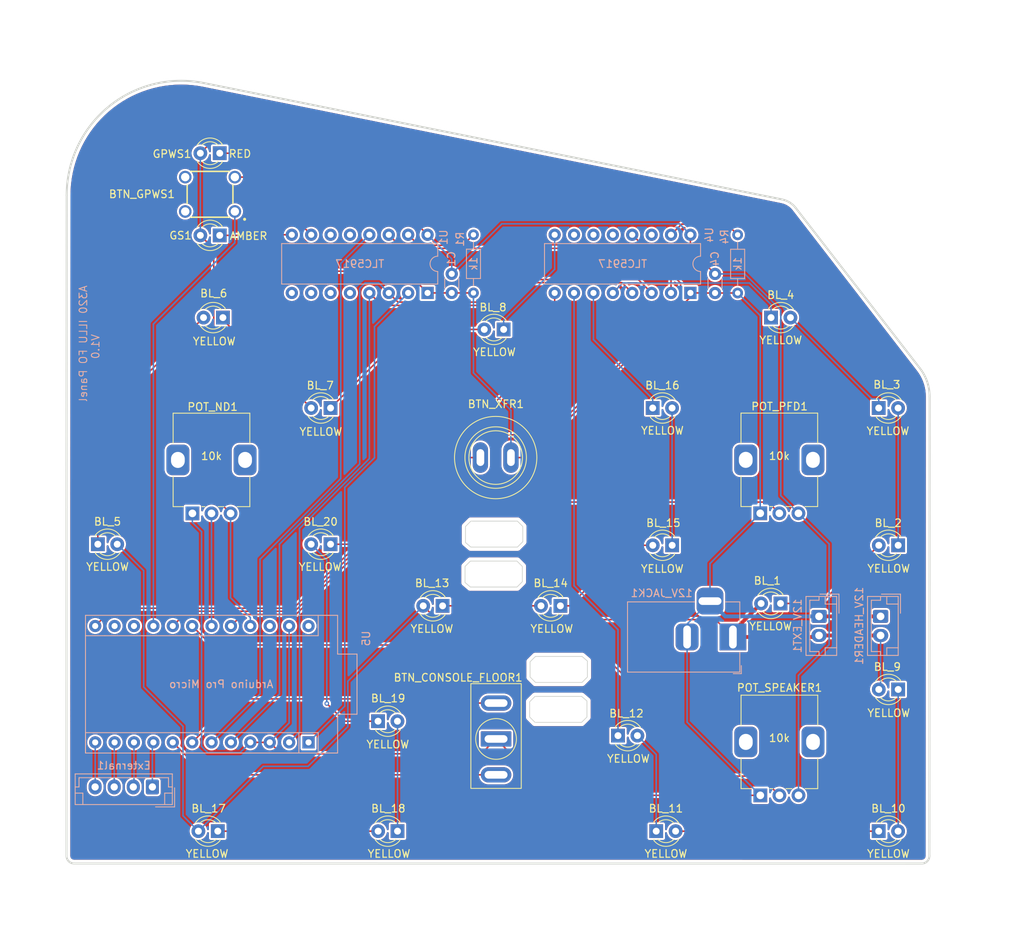
<source format=kicad_pcb>
(kicad_pcb (version 20240108) (generator "pcbnew") (generator_version "8.0")
  (title_block (title "A320 ILLU FO Panel ") (date "2024-12-05") (rev "V1.0") (company "S.K."))
  (layers (0 "F.Cu" signal) (31 "B.Cu" signal) (34 "B.Paste" user) (35 "F.Paste" user) (36 "B.SilkS" user "B.Silkscreen") (37 "F.SilkS" user "F.Silkscreen") (38 "B.Mask" user) (39 "F.Mask" user) (44 "Edge.Cuts" user))
  (net 0 "")
  (net 1 "GND")
  (net 2 "12V_IN")
  (net 3 "Net-(BL_1-K)")
  (net 4 "Net-(BL_2-K)")
  (net 5 "Net-(BL_3-K)")
  (net 6 "BACKLIGHT_1")
  (net 7 "Net-(BL_5-K)")
  (net 8 "Net-(BL_6-K)")
  (net 9 "Net-(BL_7-K)")
  (net 10 "BACKLIGHT_2")
  (net 11 "Net-(BL_10-A)")
  (net 12 "Net-(BL_10-K)")
  (net 13 "Net-(BL_11-K)")
  (net 14 "BACKLIGHT_3")
  (net 15 "Net-(BL_13-K)")
  (net 16 "Net-(BL_14-K)")
  (net 17 "Net-(BL_15-K)")
  (net 18 "BACKLIGHT_4")
  (net 19 "Net-(BL_17-K)")
  (net 20 "Net-(BL_18-K)")
  (net 21 "Net-(BL_19-K)")
  (net 22 "BACKLIGHT_5")
  (net 23 "BTN_CON_OFF")
  (net 24 "BTN_CON_BRT")
  (net 25 "BTN_GPWS")
  (net 28 "BTN_XFR")
  (net 29 "EXT2")
  (net 30 "EXT1")
  (net 31 "+5V")
  (net 32 "EXT3")
  (net 33 "EXT4")
  (net 34 "GPWS")
  (net 35 "GS")
  (net 37 "POT_ND")
  (net 39 "POT_PFD")
  (net 42 "POT_SPEAKER")
  (net 55 "Net-(U1-R-EXT)")
  (net 56 "Net-(U4-R-EXT)")
  (net 57 "OSH_CLOCK")
  (net 59 "OUT_BRT_LED")
  (net 60 "OSH_DOUT1")
  (net 61 "OSH_LATCH")
  (net 64 "OSH_DIN")
  (net 65 "OUT_BRT_BACK")
  (footprint "My:SW-Push" (layer "F.Cu") (at 142.72 99.18)
    (property "Reference" "BTN_XFR1" (at 0.03 -7 0) (layer "F.SilkS"))
    (property "Value" "Push Button" (hide yes))
    (pad "1" thru_hole oval (at -2 0 180) (size 2 4) (drill oval 1 2.2) (layers "*.Cu" "*.Mask") (net 28 "BTN_XFR") (thermal_bridge_width 1) (thermal_gap 1))
    (pad "2" thru_hole oval (at 2 0) (size 2 4) (drill oval 1 2.2) (layers "*.Cu" "*.Mask") (net 1 "GND") (thermal_bridge_width 1) (thermal_gap 1))
  )
  (footprint "LED_THT:LED_D3.0mm" (layer "F.Cu") (at 165.835 110.67 180)
    (property "Reference" "BL_15" (at 1.155 2.92 0) (layer "F.SilkS"))
    (property "Value" "YELLOW" (at 1.295 -3.08 0) (layer "F.SilkS"))
    (pad "1" thru_hole rect (at 0 0 180) (size 1.8 1.8) (drill 0.9) (layers "*.Cu" "*.Mask") (net 17 "Net-(BL_15-K)"))
    (pad "2" thru_hole circle (at 2.54 0 180) (size 1.8 1.8) (drill 0.9) (layers "*.Cu" "*.Mask") (net 16 "Net-(BL_14-K)"))
  )
  (footprint "LED_THT:LED_D3.0mm" (layer "F.Cu") (at 121.095 110.53 180)
    (property "Reference" "BL_20" (at 1.305 2.94 0) (layer "F.SilkS"))
    (property "Value" "YELLOW" (at 1.365 -2.97 0) (layer "F.SilkS"))
    (pad "1" thru_hole rect (at 0 0 180) (size 1.8 1.8) (drill 0.9) (layers "*.Cu" "*.Mask") (net 22 "BACKLIGHT_5"))
    (pad "2" thru_hole circle (at 2.54 0 180) (size 1.8 1.8) (drill 0.9) (layers "*.Cu" "*.Mask") (net 21 "Net-(BL_19-K)"))
  )
  (footprint "SimPanel:T80-Z1" (layer "F.Cu") (at 142.77 131.332)
    (property "Reference" "BTN_CONSOLE_FLOOR1" (at -4.97 -3.332 0) (layer "F.SilkS"))
    (property "Value" "BTN_SPDT[ON-OFF-ON]" (hide yes))
    (pad "1" thru_hole oval (at 0 0 270) (size 2 4) (drill oval 1 3) (layers "*.Cu" "*.Mask") (net 23 "BTN_CON_OFF") (thermal_bridge_width 1) (thermal_gap 1))
    (pad "2" thru_hole roundrect (at 0 4.7 270) (size 2 4) (drill oval 1 3) (layers "*.Cu" "*.Mask") (roundrect_rratio 0.06) (net 1 "GND") (thermal_bridge_width 1) (thermal_gap 1))
    (pad "3" thru_hole oval (at 0 9.4 270) (size 2 4) (drill oval 1 3) (layers "*.Cu" "*.Mask") (net 24 "BTN_CON_BRT") (thermal_bridge_width 1) (thermal_gap 1))
  )
  (footprint "Potentiometer_THT:Potentiometer_Alps_RK09K_Single_Vertical" (layer "F.Cu") (at 103 106.49 90)
    (property "Reference" "POT_ND1" (at 13.95 2.65 180) (layer "F.SilkS"))
    (property "Value" "10k" (at 7.5 2.5 180) (layer "F.SilkS"))
    (pad "1" thru_hole rect (at 0 0 90) (size 1.8 1.8) (drill 1) (layers "*.Cu" "*.Mask") (net 1 "GND"))
    (pad "2" thru_hole circle (at 0 2.5 90) (size 1.8 1.8) (drill 1) (layers "*.Cu" "*.Mask") (net 37 "POT_ND"))
    (pad "3" thru_hole circle (at 0 5 90) (size 1.8 1.8) (drill 1) (layers "*.Cu" "*.Mask") (net 31 "+5V"))
    (pad "MP" thru_hole roundrect (at 7 -1.9 90) (size 4 3) (drill oval 2.1 1.8) (layers "*.Cu" "*.Mask"))
    (pad "MP" thru_hole roundrect (at 7 6.9 90) (size 4 3) (drill oval 2.1 1.8) (layers "*.Cu" "*.Mask"))
  )
  (footprint "LED_THT:LED_D3.0mm" (layer "F.Cu") (at 163.285 92.69)
    (property "Reference" "BL_16" (at 1.27 -2.96 0) (layer "F.SilkS"))
    (property "Value" "YELLOW" (at 1.27 2.96 0) (layer "F.SilkS"))
    (pad "1" thru_hole rect (at 0 0) (size 1.8 1.8) (drill 0.9) (layers "*.Cu" "*.Mask") (net 18 "BACKLIGHT_4"))
    (pad "2" thru_hole circle (at 2.54 0) (size 1.8 1.8) (drill 0.9) (layers "*.Cu" "*.Mask") (net 17 "Net-(BL_15-K)"))
  )
  (footprint "LED_THT:LED_D3.0mm" (layer "F.Cu") (at 106.325 148.11 180)
    (property "Reference" "BL_17" (at 1.205 2.96 0) (layer "F.SilkS"))
    (property "Value" "YELLOW" (at 1.405 -2.96 0) (layer "F.SilkS"))
    (pad "1" thru_hole rect (at 0 0 180) (size 1.8 1.8) (drill 0.9) (layers "*.Cu" "*.Mask") (net 19 "Net-(BL_17-K)"))
    (pad "2" thru_hole circle (at 2.54 0 180) (size 1.8 1.8) (drill 0.9) (layers "*.Cu" "*.Mask") (net 2 "12V_IN"))
  )
  (footprint "LED_THT:LED_D3.0mm" (layer "F.Cu") (at 163.745 148.11)
    (property "Reference" "BL_11" (at 1.27 -2.96 0) (layer "F.SilkS"))
    (property "Value" "YELLOW" (at 1.27 2.96 0) (layer "F.SilkS"))
    (pad "1" thru_hole rect (at 0 0) (size 1.8 1.8) (drill 0.9) (layers "*.Cu" "*.Mask") (net 13 "Net-(BL_11-K)"))
    (pad "2" thru_hole circle (at 2.54 0) (size 1.8 1.8) (drill 0.9) (layers "*.Cu" "*.Mask") (net 12 "Net-(BL_10-K)"))
  )
  (footprint "LED_THT:LED_D3.0mm" (layer "F.Cu") (at 158.74 135.6)
    (property "Reference" "BL_12" (at 1.1 -2.9 0) (layer "F.SilkS"))
    (property "Value" "YELLOW" (at 1.36 3.02 0) (layer "F.SilkS"))
    (pad "1" thru_hole rect (at 0 0) (size 1.8 1.8) (drill 0.9) (layers "*.Cu" "*.Mask") (net 14 "BACKLIGHT_3"))
    (pad "2" thru_hole circle (at 2.54 0) (size 1.8 1.8) (drill 0.9) (layers "*.Cu" "*.Mask") (net 13 "Net-(BL_11-K)"))
  )
  (footprint "LED_THT:LED_D3.0mm" (layer "F.Cu") (at 178.785 80.85)
    (property "Reference" "BL_4" (at 1.27 -2.96 0) (layer "F.SilkS"))
    (property "Value" "YELLOW" (at 1.27 2.96 0) (layer "F.SilkS"))
    (pad "1" thru_hole rect (at 0 0) (size 1.8 1.8) (drill 0.9) (layers "*.Cu" "*.Mask") (net 6 "BACKLIGHT_1"))
    (pad "2" thru_hole circle (at 2.54 0) (size 1.8 1.8) (drill 0.9) (layers "*.Cu" "*.Mask") (net 5 "Net-(BL_3-K)"))
  )
  (footprint "LED_THT:LED_D3.0mm" (layer "F.Cu") (at 192.885 148.11)
    (property "Reference" "BL_10" (at 1.27 -2.96 0) (layer "F.SilkS"))
    (property "Value" "YELLOW" (at 1.27 2.96 0) (layer "F.SilkS"))
    (pad "1" thru_hole rect (at 0 0) (size 1.8 1.8) (drill 0.9) (layers "*.Cu" "*.Mask") (net 12 "Net-(BL_10-K)"))
    (pad "2" thru_hole circle (at 2.54 0) (size 1.8 1.8) (drill 0.9) (layers "*.Cu" "*.Mask") (net 11 "Net-(BL_10-A)"))
  )
  (footprint "LED_THT:LED_D3.0mm" (layer "F.Cu") (at 106.995 80.85 180)
    (property "Reference" "BL_6" (at 1.205 3.17 0) (layer "F.SilkS"))
    (property "Value" "YELLOW" (at 1.135 -3.11 0) (layer "F.SilkS"))
    (pad "1" thru_hole rect (at 0 0 180) (size 1.8 1.8) (drill 0.9) (layers "*.Cu" "*.Mask") (net 8 "Net-(BL_6-K)"))
    (pad "2" thru_hole circle (at 2.54 0 180) (size 1.8 1.8) (drill 0.9) (layers "*.Cu" "*.Mask") (net 7 "Net-(BL_5-K)"))
  )
  (footprint "LED_THT:LED_D3.0mm" (layer "F.Cu") (at 106.58 70.08 180)
    (property "Reference" "GS1" (at 5.13 -0.02 0) (layer "F.SilkS"))
    (property "Value" "AMBER" (at -3.77 -0.08 0) (layer "F.SilkS"))
    (pad "1" thru_hole rect (at 0 0 180) (size 1.8 1.8) (drill 0.9) (layers "*.Cu" "*.Mask") (net 35 "GS"))
    (pad "2" thru_hole circle (at 2.54 0 180) (size 1.8 1.8) (drill 0.9) (layers "*.Cu" "*.Mask") (net 31 "+5V"))
  )
  (footprint "LED_THT:LED_D3.0mm" (layer "F.Cu") (at 106.58 59.32 180)
    (property "Reference" "GPWS1" (at 6.25 -0.1 0) (layer "F.SilkS"))
    (property "Value" "RED" (at -2.65 -0.08 0) (layer "F.SilkS"))
    (pad "1" thru_hole rect (at 0 0 180) (size 1.8 1.8) (drill 0.9) (layers "*.Cu" "*.Mask") (net 34 "GPWS"))
    (pad "2" thru_hole circle (at 2.54 0 180) (size 1.8 1.8) (drill 0.9) (layers "*.Cu" "*.Mask") (net 31 "+5V"))
  )
  (footprint "Potentiometer_THT:Potentiometer_Alps_RK09K_Single_Vertical" (layer "F.Cu") (at 177.37 106.48 90)
    (property "Reference" "POT_PFD1" (at 13.99 2.53 180) (layer "F.SilkS"))
    (property "Value" "10k" (at 7.5 2.5 180) (layer "F.SilkS"))
    (pad "1" thru_hole rect (at 0 0 90) (size 1.8 1.8) (drill 1) (layers "*.Cu" "*.Mask") (net 1 "GND"))
    (pad "2" thru_hole circle (at 0 2.5 90) (size 1.8 1.8) (drill 1) (layers "*.Cu" "*.Mask") (net 39 "POT_PFD"))
    (pad "3" thru_hole circle (at 0 5 90) (size 1.8 1.8) (drill 1) (layers "*.Cu" "*.Mask") (net 31 "+5V"))
    (pad "MP" thru_hole roundrect (at 7 -1.9 90) (size 4 3) (drill oval 2.1 1.8) (layers "*.Cu" "*.Mask"))
    (pad "MP" thru_hole roundrect (at 7 6.9 90) (size 4 3) (drill oval 2.1 1.8) (layers "*.Cu" "*.Mask"))
  )
  (footprint "LED_THT:LED_D3.0mm" (layer "F.Cu") (at 90.615 110.53)
    (property "Reference" "BL_5" (at 1.27 -2.96 0) (layer "F.SilkS"))
    (property "Value" "YELLOW" (at 1.27 2.96 0) (layer "F.SilkS"))
    (pad "1" thru_hole rect (at 0 0) (size 1.8 1.8) (drill 0.9) (layers "*.Cu" "*.Mask") (net 7 "Net-(BL_5-K)"))
    (pad "2" thru_hole circle (at 2.54 0) (size 1.8 1.8) (drill 0.9) (layers "*.Cu" "*.Mask") (net 2 "12V_IN"))
  )
  (footprint "Potentiometer_THT:Potentiometer_Alps_RK09K_Single_Vertical" (layer "F.Cu") (at 177.38 143.42 90)
    (property "Reference" "POT_SPEAKER1" (at 14.09 2.52 180) (layer "F.SilkS"))
    (property "Value" "10k" (at 7.5 2.5 180) (layer "F.SilkS"))
    (pad "1" thru_hole rect (at 0 0 90) (size 1.8 1.8) (drill 1) (layers "*.Cu" "*.Mask") (net 1 "GND"))
    (pad "2" thru_hole circle (at 0 2.5 90) (size 1.8 1.8) (drill 1) (layers "*.Cu" "*.Mask") (net 42 "POT_SPEAKER"))
    (pad "3" thru_hole circle (at 0 5 90) (size 1.8 1.8) (drill 1) (layers "*.Cu" "*.Mask") (net 31 "+5V"))
    (pad "MP" thru_hole roundrect (at 7 -1.9 90) (size 4 3) (drill oval 2.1 1.8) (layers "*.Cu" "*.Mask"))
    (pad "MP" thru_hole roundrect (at 7 6.9 90) (size 4 3) (drill oval 2.1 1.8) (layers "*.Cu" "*.Mask"))
  )
  (footprint "LED_THT:LED_D3.0mm" (layer "F.Cu") (at 151.195 118.6 180)
    (property "Reference" "BL_14" (at 1.27 2.97 0) (layer "F.SilkS"))
    (property "Value" "YELLOW" (at 1.125 -3 0) (layer "F.SilkS"))
    (pad "1" thru_hole rect (at 0 0 180) (size 1.8 1.8) (drill 0.9) (layers "*.Cu" "*.Mask") (net 16 "Net-(BL_14-K)"))
    (pad "2" thru_hole circle (at 2.54 0 180) (size 1.8 1.8) (drill 0.9) (layers "*.Cu" "*.Mask") (net 15 "Net-(BL_13-K)"))
  )
  (footprint "SamacSys_Parts:B3F1000" (layer "F.Cu") (at 105.31 64.7)
    (property "Reference" "BTN_GPWS1" (at -8.92 -0.02 0) (layer "F.SilkS"))
    (property "Value" "B3F-1055" (hide yes))
    (pad "1" thru_hole circle (at 3.25 2.25) (size 1.65 1.65) (drill 1.1) (layers "*.Cu" "*.Mask") (net 25 "BTN_GPWS"))
    (pad "2" thru_hole circle (at -3.25 2.25) (size 1.65 1.65) (drill 1.1) (layers "*.Cu" "*.Mask"))
    (pad "3" thru_hole circle (at 3.25 -2.25) (size 1.65 1.65) (drill 1.1) (layers "*.Cu" "*.Mask") (net 1 "GND"))
    (pad "4" thru_hole circle (at -3.25 -2.25) (size 1.65 1.65) (drill 1.1) (layers "*.Cu" "*.Mask"))
  )
  (footprint "LED_THT:LED_D3.0mm" (layer "F.Cu") (at 180.025 118.29 180)
    (property "Reference" "BL_1" (at 1.725 2.98 0) (layer "F.SilkS"))
    (property "Value" "YELLOW" (at 1.305 -2.99 0) (layer "F.SilkS"))
    (pad "1" thru_hole rect (at 0 0 180) (size 1.8 1.8) (drill 0.9) (layers "*.Cu" "*.Mask") (net 3 "Net-(BL_1-K)"))
    (pad "2" thru_hole circle (at 2.54 0 180) (size 1.8 1.8) (drill 0.9) (layers "*.Cu" "*.Mask") (net 2 "12V_IN"))
  )
  (footprint "LED_THT:LED_D3.0mm" (layer "F.Cu") (at 129.865 148.11 180)
    (property "Reference" "BL_18" (at 1.205 2.96 0) (layer "F.SilkS"))
    (property "Value" "YELLOW" (at 1.115 -2.96 0) (layer "F.SilkS"))
    (pad "1" thru_hole rect (at 0 0 180) (size 1.8 1.8) (drill 0.9) (layers "*.Cu" "*.Mask") (net 20 "Net-(BL_18-K)"))
    (pad "2" thru_hole circle (at 2.54 0 180) (size 1.8 1.8) (drill 0.9) (layers "*.Cu" "*.Mask") (net 19 "Net-(BL_17-K)"))
  )
  (footprint "LED_THT:LED_D3.0mm" (layer "F.Cu") (at 195.435 110.67 180)
    (property "Reference" "BL_2" (at 1.305 2.91 0) (layer "F.SilkS"))
    (property "Value" "YELLOW" (at 1.245 -3.05 0) (layer "F.SilkS"))
    (pad "1" thru_hole rect (at 0 0 180) (size 1.8 1.8) (drill 0.9) (layers "*.Cu" "*.Mask") (net 4 "Net-(BL_2-K)"))
    (pad "2" thru_hole circle (at 2.54 0 180) (size 1.8 1.8) (drill 0.9) (layers "*.Cu" "*.Mask") (net 3 "Net-(BL_1-K)"))
  )
  (footprint "LED_THT:LED_D3.0mm" (layer "F.Cu") (at 135.77 118.6 180)
    (property "Reference" "BL_13" (at 1.37 2.97 0) (layer "F.SilkS"))
    (property "Value" "YELLOW" (at 1.4 -3.01 0) (layer "F.SilkS"))
    (pad "1" thru_hole rect (at 0 0 180) (size 1.8 1.8) (drill 0.9) (layers "*.Cu" "*.Mask") (net 15 "Net-(BL_13-K)"))
    (pad "2" thru_hole circle (at 2.54 0 180) (size 1.8 1.8) (drill 0.9) (layers "*.Cu" "*.Mask") (net 2 "12V_IN"))
  )
  (footprint "LED_THT:LED_D3.0mm" (layer "F.Cu") (at 143.765 82.4 180)
    (property "Reference" "BL_8" (at 1.395 2.89 0) (layer "F.SilkS"))
    (property "Value" "YELLOW" (at 1.21 -2.97 0) (layer "F.SilkS"))
    (pad "1" thru_hole rect (at 0 0 180) (size 1.8 1.8) (drill 0.9) (layers "*.Cu" "*.Mask") (net 10 "BACKLIGHT_2"))
    (pad "2" thru_hole circle (at 2.54 0 180) (size 1.8 1.8) (drill 0.9) (layers "*.Cu" "*.Mask") (net 9 "Net-(BL_7-K)"))
  )
  (footprint "LED_THT:LED_D3.0mm" (layer "F.Cu") (at 195.435 129.55 180)
    (property "Reference" "BL_9" (at 1.415 2.96 0) (layer "F.SilkS"))
    (property "Value" "YELLOW" (at 1.235 -3.09 0) (layer "F.SilkS"))
    (pad "1" thru_hole rect (at 0 0 180) (size 1.8 1.8) (drill 0.9) (layers "*.Cu" "*.Mask") (net 11 "Net-(BL_10-A)"))
    (pad "2" thru_hole circle (at 2.54 0 180) (size 1.8 1.8) (drill 0.9) (layers "*.Cu" "*.Mask") (net 2 "12V_IN"))
  )
  (footprint "LED_THT:LED_D3.0mm" (layer "F.Cu") (at 121.095 92.69 180)
    (property "Reference" "BL_7" (at 1.355 2.95 0) (layer "F.SilkS"))
    (property "Value" "YELLOW" (at 1.275 -3.11 0) (layer "F.SilkS"))
    (pad "1" thru_hole rect (at 0 0 180) (size 1.8 1.8) (drill 0.9) (layers "*.Cu" "*.Mask") (net 9 "Net-(BL_7-K)"))
    (pad "2" thru_hole circle (at 2.54 0 180) (size 1.8 1.8) (drill 0.9) (layers "*.Cu" "*.Mask") (net 8 "Net-(BL_6-K)"))
  )
  (footprint "LED_THT:LED_D3.0mm" (layer "F.Cu") (at 192.885 92.69)
    (property "Reference" "BL_3" (at 1.07 -3.06 0) (layer "F.SilkS"))
    (property "Value" "YELLOW" (at 1.21 3.02 0) (layer "F.SilkS"))
    (pad "1" thru_hole rect (at 0 0) (size 1.8 1.8) (drill 0.9) (layers "*.Cu" "*.Mask") (net 5 "Net-(BL_3-K)"))
    (pad "2" thru_hole circle (at 2.54 0) (size 1.8 1.8) (drill 0.9) (layers "*.Cu" "*.Mask") (net 4 "Net-(BL_2-K)"))
  )
  (footprint "LED_THT:LED_D3.0mm" (layer "F.Cu") (at 127.315 133.71)
    (property "Reference" "BL_19" (at 1.32 -2.99 0) (layer "F.SilkS"))
    (property "Value" "YELLOW" (at 1.28 3.04 0) (layer "F.SilkS"))
    (pad "1" thru_hole rect (at 0 0) (size 1.8 1.8) (drill 0.9) (layers "*.Cu" "*.Mask") (net 21 "Net-(BL_19-K)"))
    (pad "2" thru_hole circle (at 2.54 0) (size 1.8 1.8) (drill 0.9) (layers "*.Cu" "*.Mask") (net 20 "Net-(BL_18-K)"))
  )
  (footprint "Connector_JST:JST_EH_B2B-EH-A_1x02_P2.50mm_Vertical" (layer "B.Cu") (at 193.13 119.98 -90)
    (property "Reference" "12V_HEADER1" (at 1.25 2.8 90) (layer "B.SilkS") (effects (justify mirror)))
    (property "Value" "Pin Header 1x02" (hide yes))
    (pad "1" thru_hole roundrect (at 0 0 270) (size 1.7 2) (drill 1) (layers "*.Cu" "*.Mask") (roundrect_rratio 0.147059) (net 1 "GND"))
    (pad "2" thru_hole oval (at 2.5 0 270) (size 1.7 2) (drill 1) (layers "*.Cu" "*.Mask") (net 2 "12V_IN"))
  )
  (footprint "Connector_BarrelJack:BarrelJack_Horizontal" (layer "B.Cu") (at 173.79 122.68)
    (property "Reference" "12V_JACK1" (at -9.34 -5.74 0) (layer "B.SilkS") (effects (justify mirror)))
    (property "Value" "Power Jack" (hide yes))
    (pad "1" thru_hole rect (at 0 0) (size 3.5 3.5) (drill oval 1 3) (layers "*.Cu" "*.Mask") (net 2 "12V_IN"))
    (pad "2" thru_hole roundrect (at -6 0) (size 3 3.5) (drill oval 1 3) (layers "*.Cu" "*.Mask") (net 1 "GND"))
    (pad "3" thru_hole roundrect (at -3 -4.7) (size 3.5 3.5) (drill oval 3 1) (layers "*.Cu" "*.Mask") (net 1 "GND"))
  )
  (footprint "Capacitor_THT:C_Disc_D3.0mm_W1.6mm_P2.50mm" (layer "B.Cu") (at 136.965 75.12 -90)
    (property "Reference" "C1" (at -1.98 0.045 90) (layer "B.SilkS") (effects (justify mirror)))
    (property "Value" "0.1uF Ceramic" (hide yes))
    (pad "1" thru_hole circle (at 0 0 270) (size 1.6 1.6) (drill 0.8) (layers "*.Cu" "*.Mask") (net 31 "+5V"))
    (pad "2" thru_hole circle (at 2.5 0 270) (size 1.6 1.6) (drill 0.8) (layers "*.Cu" "*.Mask") (net 1 "GND"))
  )
  (footprint "Resistor_THT:R_Axial_DIN0204_L3.6mm_D1.6mm_P7.62mm_Horizontal" (layer "B.Cu") (at 139.81 70 -90)
    (property "Reference" "R1" (at 0.59 1.75 90) (layer "B.SilkS") (effects (justify mirror)))
    (property "Value" "1k" (at 3.81 0 90) (layer "B.SilkS") (effects (justify mirror)))
    (pad "1" thru_hole circle (at 0 0 270) (size 1.4 1.4) (drill 0.7) (layers "*.Cu" "*.Mask") (net 55 "Net-(U1-R-EXT)"))
    (pad "2" thru_hole oval (at 7.62 0 270) (size 1.4 1.4) (drill 0.7) (layers "*.Cu" "*.Mask") (net 1 "GND"))
  )
  (footprint "Capacitor_THT:C_Disc_D3.0mm_W1.6mm_P2.50mm" (layer "B.Cu") (at 171.45 75.13 -90)
    (property "Reference" "C4" (at -1.99 0.02 90) (layer "B.SilkS") (effects (justify mirror)))
    (property "Value" "0.1uF Ceramic" (hide yes))
    (pad "1" thru_hole circle (at 0 0 270) (size 1.6 1.6) (drill 0.8) (layers "*.Cu" "*.Mask") (net 31 "+5V"))
    (pad "2" thru_hole circle (at 2.5 0 270) (size 1.6 1.6) (drill 0.8) (layers "*.Cu" "*.Mask") (net 1 "GND"))
  )
  (footprint "Arduino:Sparkfun_Pro_Micro" (layer "B.Cu") (at 90.27 121.24 -90)
    (property "Reference" "U5" (at 1.63 -35.49 90) (layer "B.SilkS") (effects (justify mirror)))
    (property "Value" "Arduino Pro Micro" (at 7.62 -16.51 0) (layer "B.SilkS") (effects (justify mirror)))
    (pad "1" thru_hole rect (at 15.24 -27.94 270) (size 1.6 1.6) (drill 0.8) (layers "*.Cu" "*.Mask") (net 64 "OSH_DIN"))
    (pad "2" thru_hole oval (at 15.24 -25.4 270) (size 1.6 1.6) (drill 0.8) (layers "*.Cu" "*.Mask") (net 61 "OSH_LATCH"))
    (pad "3" thru_hole oval (at 15.24 -22.86 270) (size 1.6 1.6) (drill 0.8) (layers "*.Cu" "*.Mask") (net 1 "GND"))
    (pad "4" thru_hole oval (at 15.24 -20.32 270) (size 1.6 1.6) (drill 0.8) (layers "*.Cu" "*.Mask") (net 1 "GND"))
    (pad "5" thru_hole oval (at 15.24 -17.78 270) (size 1.6 1.6) (drill 0.8) (layers "*.Cu" "*.Mask") (net 57 "OSH_CLOCK"))
    (pad "6" thru_hole oval (at 15.24 -15.24 270) (size 1.6 1.6) (drill 0.8) (layers "*.Cu" "*.Mask") (net 59 "OUT_BRT_LED"))
    (pad "7" thru_hole oval (at 15.24 -12.7 270) (size 1.6 1.6) (drill 0.8) (layers "*.Cu" "*.Mask") (net 23 "BTN_CON_OFF"))
    (pad "8" thru_hole oval (at 15.24 -10.16 270) (size 1.6 1.6) (drill 0.8) (layers "*.Cu" "*.Mask") (net 24 "BTN_CON_BRT"))
    (pad "9" thru_hole oval (at 15.24 -7.62 270) (size 1.6 1.6) (drill 0.8) (layers "*.Cu" "*.Mask") (net 33 "EXT4"))
    (pad "10" thru_hole oval (at 15.24 -5.08 270) (size 1.6 1.6) (drill 0.8) (layers "*.Cu" "*.Mask") (net 32 "EXT3"))
    (pad "11" thru_hole oval (at 15.24 -2.54 270) (size 1.6 1.6) (drill 0.8) (layers "*.Cu" "*.Mask") (net 29 "EXT2"))
    (pad "12" thru_hole oval (at 15.24 0 270) (size 1.6 1.6) (drill 0.8) (layers "*.Cu" "*.Mask") (net 30 "EXT1"))
    (pad "13" thru_hole oval (at 0 0 270) (size 1.6 1.6) (drill 0.8) (layers "*.Cu" "*.Mask") (net 65 "OUT_BRT_BACK"))
    (pad "14" thru_hole oval (at 0 -2.54 270) (size 1.6 1.6) (drill 0.8) (layers "*.Cu" "*.Mask"))
    (pad "15" thru_hole oval (at 0 -5.08 270) (size 1.6 1.6) (drill 0.8) (layers "*.Cu" "*.Mask"))
    (pad "16" thru_hole oval (at 0 -7.62 270) (size 1.6 1.6) (drill 0.8) (layers "*.Cu" "*.Mask") (net 25 "BTN_GPWS"))
    (pad "17" thru_hole oval (at 0 -10.16 270) (size 1.6 1.6) (drill 0.8) (layers "*.Cu" "*.Mask") (net 28 "BTN_XFR"))
    (pad "18" thru_hole oval (at 0 -12.7 270) (size 1.6 1.6) (drill 0.8) (layers "*.Cu" "*.Mask") (net 42 "POT_SPEAKER"))
    (pad "19" thru_hole oval (at 0 -15.24 270) (size 1.6 1.6) (drill 0.8) (layers "*.Cu" "*.Mask") (net 37 "POT_ND"))
    (pad "20" thru_hole oval (at 0 -17.78 270) (size 1.6 1.6) (drill 0.8) (layers "*.Cu" "*.Mask") (net 39 "POT_PFD"))
    (pad "21" thru_hole oval (at 0 -20.32 270) (size 1.6 1.6) (drill 0.8) (layers "*.Cu" "*.Mask") (net 31 "+5V"))
    (pad "22" thru_hole oval (at 0 -22.86 270) (size 1.6 1.6) (drill 0.8) (layers "*.Cu" "*.Mask"))
    (pad "23" thru_hole oval (at 0 -25.4 270) (size 1.6 1.6) (drill 0.8) (layers "*.Cu" "*.Mask") (net 1 "GND"))
    (pad "24" thru_hole oval (at 0 -27.94 270) (size 1.6 1.6) (drill 0.8) (layers "*.Cu" "*.Mask"))
  )
  (footprint "Package_DIP:DIP-16_W7.62mm" (layer "B.Cu") (at 133.8 77.62 90)
    (property "Reference" "U1" (at 7.29 2.105 90) (layer "B.SilkS") (effects (justify mirror)))
    (property "Value" "TLC5917" (at 3.8 -8.875 180) (layer "B.SilkS") (effects (justify mirror)))
    (pad "1" thru_hole rect (at 0 0 90) (size 1.6 1.6) (drill 0.8) (layers "*.Cu" "*.Mask") (net 1 "GND"))
    (pad "2" thru_hole oval (at 0 -2.54 90) (size 1.6 1.6) (drill 0.8) (layers "*.Cu" "*.Mask") (net 64 "OSH_DIN"))
    (pad "3" thru_hole oval (at 0 -5.08 90) (size 1.6 1.6) (drill 0.8) (layers "*.Cu" "*.Mask") (net 57 "OSH_CLOCK"))
    (pad "4" thru_hole oval (at 0 -7.62 90) (size 1.6 1.6) (drill 0.8) (layers "*.Cu" "*.Mask") (net 61 "OSH_LATCH"))
    (pad "5" thru_hole oval (at 0 -10.16 90) (size 1.6 1.6) (drill 0.8) (layers "*.Cu" "*.Mask"))
    (pad "6" thru_hole oval (at 0 -12.7 90) (size 1.6 1.6) (drill 0.8) (layers "*.Cu" "*.Mask"))
    (pad "7" thru_hole oval (at 0 -15.24 90) (size 1.6 1.6) (drill 0.8) (layers "*.Cu" "*.Mask"))
    (pad "8" thru_hole oval (at 0 -17.78 90) (size 1.6 1.6) (drill 0.8) (layers "*.Cu" "*.Mask"))
    (pad "9" thru_hole oval (at 7.62 -17.78 90) (size 1.6 1.6) (drill 0.8) (layers "*.Cu" "*.Mask") (net 35 "GS"))
    (pad "10" thru_hole oval (at 7.62 -15.24 90) (size 1.6 1.6) (drill 0.8) (layers "*.Cu" "*.Mask") (net 34 "GPWS"))
    (pad "11" thru_hole oval (at 7.62 -12.7 90) (size 1.6 1.6) (drill 0.8) (layers "*.Cu" "*.Mask"))
    (pad "12" thru_hole oval (at 7.62 -10.16 90) (size 1.6 1.6) (drill 0.8) (layers "*.Cu" "*.Mask"))
    (pad "13" thru_hole oval (at 7.62 -7.62 90) (size 1.6 1.6) (drill 0.8) (layers "*.Cu" "*.Mask") (net 59 "OUT_BRT_LED"))
    (pad "14" thru_hole oval (at 7.62 -5.08 90) (size 1.6 1.6) (drill 0.8) (layers "*.Cu" "*.Mask") (net 60 "OSH_DOUT1"))
    (pad "15" thru_hole oval (at 7.62 -2.54 90) (size 1.6 1.6) (drill 0.8) (layers "*.Cu" "*.Mask") (net 55 "Net-(U1-R-EXT)"))
    (pad "16" thru_hole oval (at 7.62 0 90) (size 1.6 1.6) (drill 0.8) (layers "*.Cu" "*.Mask") (net 31 "+5V"))
  )
  (footprint "Package_DIP:DIP-16_W7.62mm" (layer "B.Cu") (at 168.225 77.62 90)
    (property "Reference" "U4" (at 7.59 2.465 90) (layer "B.SilkS") (effects (justify mirror)))
    (property "Value" "TLC5917" (at 3.8 -8.875 180) (layer "B.SilkS") (effects (justify mirror)))
    (pad "1" thru_hole rect (at 0 0 90) (size 1.6 1.6) (drill 0.8) (layers "*.Cu" "*.Mask") (net 1 "GND"))
    (pad "2" thru_hole oval (at 0 -2.54 90) (size 1.6 1.6) (drill 0.8) (layers "*.Cu" "*.Mask") (net 60 "OSH_DOUT1"))
    (pad "3" thru_hole oval (at 0 -5.08 90) (size 1.6 1.6) (drill 0.8) (layers "*.Cu" "*.Mask") (net 57 "OSH_CLOCK"))
    (pad "4" thru_hole oval (at 0 -7.62 90) (size 1.6 1.6) (drill 0.8) (layers "*.Cu" "*.Mask") (net 61 "OSH_LATCH"))
    (pad "5" thru_hole oval (at 0 -10.16 90) (size 1.6 1.6) (drill 0.8) (layers "*.Cu" "*.Mask") (net 6 "BACKLIGHT_1"))
    (pad "6" thru_hole oval (at 0 -12.7 90) (size 1.6 1.6) (drill 0.8) (layers "*.Cu" "*.Mask") (net 18 "BACKLIGHT_4"))
    (pad "7" thru_hole oval (at 0 -15.24 90) (size 1.6 1.6) (drill 0.8) (layers "*.Cu" "*.Mask") (net 14 "BACKLIGHT_3"))
    (pad "8" thru_hole oval (at 0 -17.78 90) (size 1.6 1.6) (drill 0.8) (layers "*.Cu" "*.Mask") (net 22 "BACKLIGHT_5"))
    (pad "9" thru_hole oval (at 7.62 -17.78 90) (size 1.6 1.6) (drill 0.8) (layers "*.Cu" "*.Mask") (net 10 "BACKLIGHT_2"))
    (pad "10" thru_hole oval (at 7.62 -15.24 90) (size 1.6 1.6) (drill 0.8) (layers "*.Cu" "*.Mask"))
    (pad "11" thru_hole oval (at 7.62 -12.7 90) (size 1.6 1.6) (drill 0.8) (layers "*.Cu" "*.Mask"))
    (pad "12" thru_hole oval (at 7.62 -10.16 90) (size 1.6 1.6) (drill 0.8) (layers "*.Cu" "*.Mask"))
    (pad "13" thru_hole oval (at 7.62 -7.62 90) (size 1.6 1.6) (drill 0.8) (layers "*.Cu" "*.Mask") (net 65 "OUT_BRT_BACK"))
    (pad "14" thru_hole oval (at 7.62 -5.08 90) (size 1.6 1.6) (drill 0.8) (layers "*.Cu" "*.Mask"))
    (pad "15" thru_hole oval (at 7.62 -2.54 90) (size 1.6 1.6) (drill 0.8) (layers "*.Cu" "*.Mask") (net 56 "Net-(U4-R-EXT)"))
    (pad "16" thru_hole oval (at 7.62 0 90) (size 1.6 1.6) (drill 0.8) (layers "*.Cu" "*.Mask") (net 31 "+5V"))
  )
  (footprint "Connector_JST:JST_EH_B2B-EH-A_1x02_P2.50mm_Vertical" (layer "B.Cu") (at 185.07 119.98 -90)
    (property "Reference" "12V_EXT1" (at 1.25 2.8 90) (layer "B.SilkS") (effects (justify mirror)))
    (property "Value" "Pin Header 1x02" (hide yes))
    (pad "1" thru_hole roundrect (at 0 0 270) (size 1.7 2) (drill 1) (layers "*.Cu" "*.Mask") (roundrect_rratio 0.147059) (net 1 "GND"))
    (pad "2" thru_hole oval (at 2.5 0 270) (size 1.7 2) (drill 1) (layers "*.Cu" "*.Mask") (net 2 "12V_IN"))
  )
  (footprint "Resistor_THT:R_Axial_DIN0204_L3.6mm_D1.6mm_P7.62mm_Horizontal" (layer "B.Cu") (at 174.41 70.01 -90)
    (property "Reference" "R4" (at 0.26 1.72 90) (layer "B.SilkS") (effects (justify mirror)))
    (property "Value" "1k" (at 3.81 0 90) (layer "B.SilkS") (effects (justify mirror)))
    (pad "1" thru_hole circle (at 0 0 270) (size 1.4 1.4) (drill 0.7) (layers "*.Cu" "*.Mask") (net 56 "Net-(U4-R-EXT)"))
    (pad "2" thru_hole oval (at 7.62 0 270) (size 1.4 1.4) (drill 0.7) (layers "*.Cu" "*.Mask") (net 1 "GND"))
  )
  (footprint "Connector_JST:JST_EH_B4B-EH-A_1x04_P2.50mm_Vertical" (layer "B.Cu") (at 97.76 142.32 180)
    (property "Reference" "External1" (at 3.75 2.8 0) (layer "B.SilkS") (effects (justify mirror)))
    (property "Value" "Pin Header 1x04" (hide yes))
    (pad "1" thru_hole roundrect (at 0 0 180) (size 1.7 1.95) (drill 0.95) (layers "*.Cu" "*.Mask") (roundrect_rratio 0.147059) (net 33 "EXT4"))
    (pad "2" thru_hole oval (at 2.5 0 180) (size 1.7 1.95) (drill 0.95) (layers "*.Cu" "*.Mask") (net 32 "EXT3"))
    (pad "3" thru_hole oval (at 5 0 180) (size 1.7 1.95) (drill 0.95) (layers "*.Cu" "*.Mask") (net 29 "EXT2"))
    (pad "4" thru_hole oval (at 7.5 0 180) (size 1.7 1.95) (drill 0.95) (layers "*.Cu" "*.Mask") (net 30 "EXT1"))
  )
  (gr_arc (start 86.533583 64.825665) (mid 92.034383 53.225859) (end 104.493421 50.129624) (stroke (width 0.254)) (layer "Edge.Cuts"))
  (gr_arc (start 199.527956 151.352102) (mid 199.234899 152.058952) (end 198.527902 152.35166) (stroke (width 0.254)) (layer "Edge.Cuts"))
  (gr_line (start 182.012517 66.478748) (end 198.29867 87.512648) (stroke (width 0.254)) (layer "Edge.Cuts"))
  (gr_line (start 86.50895 105.706713) (end 86.533583 64.825665) (stroke (width 0.254)) (layer "Edge.Cuts"))
  (gr_poly (pts (xy 154.03 125.2271) (xy 147.93 125.2271) (xy 147.23 125.9271) (xy 147.23 127.9271) (xy 147.93 128.6271) (xy 154.03 128.6271) (xy 154.73 127.9271) (xy 154.73 125.8271)) (stroke (width 0.1)) (fill none) (layer "Edge.Cuts"))
  (gr_poly (pts (xy 139.41 116.14) (xy 145.51 116.14) (xy 146.21 115.44) (xy 146.21 113.44) (xy 145.51 112.74) (xy 139.41 112.74) (xy 138.71 113.44) (xy 138.71 115.54)) (stroke (width 0.1)) (fill none) (layer "Edge.Cuts"))
  (gr_poly (pts (xy 139.4679 110.9071) (xy 145.5679 110.9071) (xy 146.2679 110.2071) (xy 146.2679 108.2071) (xy 145.5679 107.5071) (xy 139.4679 107.5071) (xy 138.7679 108.2071) (xy 138.7679 110.3071)) (stroke (width 0.1)) (fill none) (layer "Edge.Cuts"))
  (gr_poly (pts (xy 153.9721 130.46) (xy 147.8721 130.46) (xy 147.1721 131.16) (xy 147.1721 133.16) (xy 147.8721 133.86) (xy 153.9721 133.86) (xy 154.6721 133.16) (xy 154.6721 131.06)) (stroke (width 0.1)) (fill none) (layer "Edge.Cuts"))
  (gr_arc (start 87.51094 152.345615) (mid 86.803884 152.052719) (end 86.510994 151.34566) (stroke (width 0.254)) (layer "Edge.Cuts"))
  (gr_arc (start 180.232415 65.374382) (mid 181.222004 65.766127) (end 182.012517 66.478748) (stroke (width 0.254)) (layer "Edge.Cuts"))
  (gr_line (start 86.50895 105.706713) (end 86.510994 151.34566) (stroke (width 0.254)) (layer "Edge.Cuts"))
  (gr_arc (start 198.29867 87.512648) (mid 199.2323 89.246179) (end 199.554528 91.188597) (stroke (width 0.254)) (layer "Edge.Cuts"))
  (gr_line (start 198.527902 152.35166) (end 87.51094 152.345615) (stroke (width 0.254)) (layer "Edge.Cuts"))
  (gr_line (start 199.527956 151.352102) (end 199.554528 91.188597) (stroke (width 0.254)) (layer "Edge.Cuts"))
  (gr_line (start 104.493421 50.129624) (end 180.232415 65.374382) (stroke (width 0.254)) (layer "Edge.Cuts"))
  (gr_text "${TITLE}\n${REVISION}" (at 90.9 84.64 90) (layer "B.SilkS") (effects (font (size 1 1) (thickness 0.125)) (justify bottom mirror)))
  (segment (start 169.3367 77.63) (end 169.3267 77.62) (width 0.2) (layer "F.Cu") (net 1))
  (segment (start 121.774365 74.77) (end 130.95 74.77) (width 0.2) (layer "F.Cu") (net 1))
  (segment (start 185.07 119.98) (end 193.13 119.98) (width 0.5) (layer "F.Cu") (net 1))
  (segment (start 168.7759 77.62) (end 169.3267 77.62) (width 0.2) (layer "F.Cu") (net 1))
  (segment (start 171.45 77.63) (end 169.3367 77.63) (width 0.2) (layer "F.Cu") (net 1))
  (segment (start 136.965 77.62) (end 133.8 77.62) (width 0.2) (layer "F.Cu") (net 1))
  (segment (start 174.41 77.63) (end 171.45 77.63) (width 0.2) (layer "F.Cu") (net 1))
  (segment (start 117.31 70.305635) (end 121.774365 74.77) (width 0.2) (layer "F.Cu") (net 1))
  (segment (start 150.158 143.42) (end 177.38 143.42) (width 0.2) (layer "F.Cu") (net 1))
  (segment (start 110.59 136.48) (end 113.13 136.48) (width 0.2) (layer "F.Cu") (net 1))
  (segment (start 113.13 136.48) (end 114.63 137.98) (width 0.2) (layer "F.Cu") (net 1))
  (segment (start 140.822 137.98) (end 142.77 136.032) (width 0.2) (layer "F.Cu") (net 1))
  (segment (start 130.95 74.77) (end 133.8 77.62) (width 0.2) (layer "F.Cu") (net 1))
  (segment (start 117.31 69.315686) (end 117.31 70.305635) (width 0.2) (layer "F.Cu") (net 1))
  (segment (start 139.81 77.62) (end 136.965 77.62) (width 0.2) (layer "F.Cu") (net 1))
  (segment (start 147.2159 99.18) (end 144.72 99.18) (width 0.2) (layer "F.Cu") (net 1))
  (segment (start 142.77 136.032) (end 150.158 143.42) (width 0.2) (layer "F.Cu") (net 1))
  (segment (start 168.7759 77.62) (end 147.2159 99.18) (width 0.2) (layer "F.Cu") (net 1))
  (segment (start 108.56 62.45) (end 110.444314 62.45) (width 0.2) (layer "F.Cu") (net 1))
  (segment (start 110.444314 62.45) (end 117.31 69.315686) (width 0.2) (layer "F.Cu") (net 1))
  (segment (start 114.63 137.98) (end 140.822 137.98) (width 0.2) (layer "F.Cu") (net 1))
  (segment (start 104.2017 108.8934) (end 103 107.6917) (width 0.2) (layer "B.Cu") (net 1))
  (segment (start 113.13 136.48) (end 115.67 133.94) (width 0.2) (layer "B.Cu") (net 1))
  (segment (start 104.2017 137.0117) (end 104.2017 108.8934) (width 0.2) (layer "B.Cu") (net 1))
  (segment (start 167.79 122.68) (end 167.79 120.98) (width 0.2) (layer "B.Cu") (net 1))
  (segment (start 174.41 77.63) (end 177.37 80.59) (width 0.2) (layer "B.Cu") (net 1))
  (segment (start 167.79 122.68) (end 167.79 133.83) (width 0.2) (layer "B.Cu") (net 1))
  (segment (start 115.67 133.94) (end 115.67 121.24) (width 0.2) (layer "B.Cu") (net 1))
  (segment (start 177.37 80.59) (end 177.37 106.48) (width 0.2) (layer "B.Cu") (net 1))
  (segment (start 170.79 117.98) (end 172.79 119.98) (width 0.5) (layer "B.Cu") (net 1))
  (segment (start 167.79 133.83) (end 177.38 143.42) (width 0.2) (layer "B.Cu") (net 1))
  (segment (start 144.72 92.9944) (end 139.81 88.0844) (width 0.2) (layer "B.Cu") (net 1))
  (segment (start 105.01 137.82) (end 104.2017 137.0117) (width 0.2) (layer "B.Cu") (net 1))
  (segment (start 167.79 120.98) (end 170.79 117.98) (width 0.2) (layer "B.Cu") (net 1))
  (segment (start 172.79 119.98) (end 185.07 119.98) (width 0.5) (layer "B.Cu") (net 1))
  (segment (start 109.25 137.82) (end 105.01 137.82) (width 0.2) (layer "B.Cu") (net 1))
  (segment (start 144.72 99.18) (end 144.72 92.9944) (width 0.2) (layer "B.Cu") (net 1))
  (segment (start 103 107.6917) (end 103 106.49) (width 0.2) (layer "B.Cu") (net 1))
  (segment (start 170.79 113.06) (end 177.37 106.48) (width 0.2) (layer "B.Cu") (net 1))
  (segment (start 110.59 136.48) (end 109.25 137.82) (width 0.2) (layer "B.Cu") (net 1))
  (segment (start 170.79 117.98) (end 170.79 113.06) (width 0.2) (layer "B.Cu") (net 1))
  (segment (start 139.81 88.0844) (end 139.81 77.62) (width 0.2) (layer "B.Cu") (net 1))
  (segment (start 177.485 118.29) (end 173.79 121.985) (width 0.5) (layer "F.Cu") (net 2))
  (segment (start 135.0333 120.4033) (end 133.23 118.6) (width 0.2) (layer "F.Cu") (net 2))
  (segment (start 171.5133 120.4033) (end 135.0333 120.4033) (width 0.2) (layer "F.Cu") (net 2))
  (segment (start 185.07 122.48) (end 193.13 122.48) (width 0.5) (layer "F.Cu") (net 2))
  (segment (start 173.79 122.68) (end 184.87 122.68) (width 0.5) (layer "F.Cu") (net 2))
  (segment (start 173.79 122.68) (end 171.5133 120.4033) (width 0.2) (layer "F.Cu") (net 2))
  (segment (start 96.62 113.995) (end 96.62 129.235) (width 0.2) (layer "B.Cu") (net 2))
  (segment (start 101.77 134.385) (end 101.77 146.095) (width 0.2) (layer "B.Cu") (net 2))
  (segment (start 123.36 128.47) (end 123.36 134.41) (width 0.2) (layer "B.Cu") (net 2))
  (segment (start 101.77 146.095) (end 103.785 148.11) (width 0.2) (layer "B.Cu") (net 2))
  (segment (start 133.23 118.6) (end 123.36 128.47) (width 0.2) (layer "B.Cu") (net 2))
  (segment (start 103.785 148.11) (end 112.275 139.62) (width 0.2) (layer "B.Cu") (net 2))
  (segment (start 118.15 139.62) (end 112.275 139.62) (width 0.2) (layer "B.Cu") (net 2))
  (segment (start 96.62 129.235) (end 101.77 134.385) (width 0.2) (layer "B.Cu") (net 2))
  (segment (start 123.36 134.41) (end 118.15 139.62) (width 0.2) (layer "B.Cu") (net 2))
  (segment (start 193.13 122.48) (end 193.13 129.315) (width 0.2) (layer "B.Cu") (net 2))
  (segment (start 93.155 110.53) (end 96.62 113.995) (width 0.2) (layer "B.Cu") (net 2))
  (segment (start 180.025 118.29) (end 185.275 118.29) (width 0.2) (layer "F.Cu") (net 3))
  (segment (start 185.275 118.29) (end 192.895 110.67) (width 0.2) (layer "F.Cu") (net 3))
  (segment (start 195.435 92.7) (end 195.435 110.67) (width 0.2) (layer "B.Cu") (net 4))
  (segment (start 192.885 91.4883) (end 191.9633 91.4883) (width 0.2) (layer "B.Cu") (net 5))
  (segment (start 191.9633 91.4883) (end 181.325 80.85) (width 0.2) (layer "B.Cu") (net 5))
  (segment (start 192.885 92.69) (end 192.885 91.4883) (width 0.2) (layer "B.Cu") (net 5))
  (segment (start 175.964314 76.32) (end 178.785 79.140686) (width 0.2) (layer "B.Cu") (net 6))
  (segment (start 159.365 76.32) (end 175.964314 76.32) (width 0.2) (layer "B.Cu") (net 6))
  (segment (start 158.065 77.62) (end 159.365 76.32) (width 0.2) (layer "B.Cu") (net 6))
  (segment (start 178.785 79.140686) (end 178.785 80.85) (width 0.2) (layer "B.Cu") (net 6))
  (segment (start 90.615 94.69) (end 104.455 80.85) (width 0.2) (layer "F.Cu") (net 7))
  (segment (start 90.615 110.53) (end 90.615 94.69) (width 0.2) (layer "F.Cu") (net 7))
  (segment (start 106.995 81.13) (end 118.555 92.69) (width 0.2) (layer "F.Cu") (net 8))
  (segment (start 131.385 82.4) (end 121.095 92.69) (width 0.2) (layer "F.Cu") (net 9))
  (segment (start 141.225 82.4) (end 131.385 82.4) (width 0.2) (layer "F.Cu") (net 9))
  (segment (start 143.765 81.1983) (end 150.445 74.5183) (width 0.2) (layer "B.Cu") (net 10))
  (segment (start 150.445 74.5183) (end 150.445 70) (width 0.2) (layer "B.Cu") (net 10))
  (segment (start 143.765 82.4) (end 143.765 81.1983) (width 0.2) (layer "B.Cu") (net 10))
  (segment (start 195.435 148.1) (end 195.435 129.55) (width 0.2) (layer "B.Cu") (net 11))
  (segment (start 192.885 148.11) (end 166.285 148.11) (width 0.2) (layer "F.Cu") (net 12))
  (segment (start 163.745 138.065) (end 163.745 148.11) (width 0.2) (layer "B.Cu") (net 13))
  (segment (start 161.28 135.6) (end 163.745 138.065) (width 0.2) (layer "B.Cu") (net 13))
  (segment (start 158.74 135.6) (end 158.74 121.715) (width 0.2) (layer "B.Cu") (net 14))
  (segment (start 152.985 115.96) (end 152.985 77.62) (width 0.2) (layer "B.Cu") (net 14))
  (segment (start 152.985 115.96) (end 158.74 121.715) (width 0.2) (layer "B.Cu") (net 14))
  (segment (start 135.77 118.6) (end 148.655 118.6) (width 0.2) (layer "F.Cu") (net 15))
  (segment (start 151.195 118.6) (end 152.3967 118.6) (width 0.2) (layer "F.Cu") (net 16))
  (segment (start 163.295 110.67) (end 160.3267 110.67) (width 0.2) (layer "F.Cu") (net 16))
  (segment (start 160.3267 110.67) (end 152.3967 118.6) (width 0.2) (layer "F.Cu") (net 16))
  (segment (start 165.835 109.4683) (end 165.825 109.4583) (width 0.2) (layer "B.Cu") (net 17))
  (segment (start 165.835 110.67) (end 165.835 109.4683) (width 0.2) (layer "B.Cu") (net 17))
  (segment (start 165.825 109.4583) (end 165.825 92.69) (width 0.2) (layer "B.Cu") (net 17))
  (segment (start 155.525 83.7283) (end 155.525 77.62) (width 0.2) (layer "B.Cu") (net 18))
  (segment (start 163.285 91.4883) (end 155.525 83.7283) (width 0.2) (layer "B.Cu") (net 18))
  (segment (start 163.285 92.69) (end 163.285 91.4883) (width 0.2) (layer "B.Cu") (net 18))
  (segment (start 106.325 148.11) (end 127.325 148.11) (width 0.2) (layer "F.Cu") (net 19))
  (segment (start 129.865 148.11) (end 129.865 133.745) (width 0.2) (layer "B.Cu") (net 20))
  (segment (start 122.9219 133.71) (end 127.29 133.71) (width 0.2) (layer "F.Cu") (net 21))
  (segment (start 120.6021 131.3902) (end 122.9219 133.71) (width 0.2) (layer "F.Cu") (net 21))
  (via (at 120.6021 131.3902) (size 0.6) (drill 0.3) (layers "F.Cu" "B.Cu") (net 21))
  (segment (start 120.6021 131.3902) (end 120.6021 112.5771) (width 0.2) (layer "B.Cu") (net 21))
  (segment (start 120.6021 112.5771) (end 118.555 110.53) (width 0.2) (layer "B.Cu") (net 21))
  (segment (start 121.095 110.53) (end 124.064314 110.53) (width 0.2) (layer "F.Cu") (net 22))
  (segment (start 124.064314 110.53) (end 150.445 84.149314) (width 0.2) (layer "F.Cu") (net 22))
  (segment (start 150.445 84.149314) (end 150.445 77.62) (width 0.2) (layer "F.Cu") (net 22))
  (segment (start 108.6615 130.7885) (end 102.97 136.48) (width 0.2) (layer "F.Cu") (net 23))
  (segment (start 139.9248 130.7885) (end 108.6615 130.7885) (width 0.2) (layer "F.Cu") (net 23))
  (segment (start 142.77 131.332) (end 140.4683 131.332) (width 0.2) (layer "F.Cu") (net 23))
  (segment (start 140.4683 131.332) (end 139.9248 130.7885) (width 0.2) (layer "F.Cu") (net 23))
  (segment (start 104.682 140.732) (end 100.43 136.48) (width 0.2) (layer "F.Cu") (net 24))
  (segment (start 142.77 140.732) (end 104.682 140.732) (width 0.2) (layer "F.Cu") (net 24))
  (segment (start 97.89 81.7) (end 108.56 71.03) (width 0.2) (layer "B.Cu") (net 25))
  (segment (start 108.56 71.03) (end 108.56 66.95) (width 0.2) (layer "B.Cu") (net 25))
  (segment (start 97.89 121.24) (end 97.89 81.7) (width 0.2) (layer "B.Cu") (net 25))
  (segment (start 140.72 99.18) (end 136.545686 99.18) (width 0.2) (layer "F.Cu") (net 28))
  (segment (start 116.415686 119.31) (end 102.36 119.31) (width 0.2) (layer "F.Cu") (net 28))
  (segment (start 102.36 119.31) (end 100.43 121.24) (width 0.2) (layer "F.Cu") (net 28))
  (segment (start 136.545686 99.18) (end 116.415686 119.31) (width 0.2) (layer "F.Cu") (net 28))
  (segment (start 92.76 136.63) (end 92.76 142.32) (width 0.2) (layer "B.Cu") (net 29))
  (segment (start 90.27 136.48) (end 90.27 142.31) (width 0.2) (layer "B.Cu") (net 30))
  (segment (start 104.04 59.32) (end 105.5 57.86) (width 0.2) (layer "F.Cu") (net 31))
  (segment (start 133.8 70) (end 131.99 68.19) (width 0.2) (layer "F.Cu") (net 31))
  (segment (start 168.225 71.905) (end 171.45 75.13) (width 0.2) (layer "F.Cu") (net 31))
  (segment (start 105.795 104.285) (end 108 106.49) (width 0.2) (layer "F.Cu") (net 31))
  (segment (start 108.63 58.87) (end 107.62 57.86) (width 0.2) (layer "F.Cu") (net 31))
  (segment (start 104.04 70.08) (end 105.795 71.835) (width 0.2) (layer "F.Cu") (net 31))
  (segment (start 108.63 59.41) (end 108.63 58.87) (width 0.2) (layer "F.Cu") (net 31))
  (segment (start 168.225 70) (end 168.225 71.905) (width 0.2) (layer "F.Cu") (net 31))
  (segment (start 117.41 68.19) (end 108.63 59.41) (width 0.2) (layer "F.Cu") (net 31))
  (segment (start 105.5 57.86) (end 107.62 57.86) (width 0.2) (layer "F.Cu") (net 31))
  (segment (start 131.99 68.19) (end 117.41 68.19) (width 0.2) (layer "F.Cu") (net 31))
  (segment (start 105.795 71.835) (end 105.795 104.285) (width 0.2) (layer "F.Cu") (net 31))
  (segment (start 136.965 75.12) (end 136.965 73.165) (width 0.2) (layer "B.Cu") (net 31))
  (segment (start 108 117.5483) (end 110.59 120.1383) (width 0.2) (layer "B.Cu") (net 31))
  (segment (start 186.3913 110.5013) (end 186.3913 123.69) (width 0.2) (layer "B.Cu") (net 31))
  (segment (start 136.965 75.12) (end 143.515 68.57) (width 0.2) (layer "B.Cu") (net 31))
  (segment (start 166.795 68.57) (end 168.225 70) (width 0.2) (layer "B.Cu") (net 31))
  (segment (start 182.37 106.48) (end 186.3913 110.5013) (width 0.2) (layer "B.Cu") (net 31))
  (segment (start 175.34 75.13) (end 180.06 79.85) (width 0.2) (layer "B.Cu") (net 31))
  (segment (start 108 106.49) (end 108 117.5483) (width 0.2) (layer "B.Cu") (net 31))
  (segment (start 136.965 73.165) (end 133.8 70) (width 0.2) (layer "B.Cu") (net 31))
  (segment (start 182.38 143.42) (end 182.38 127.7013) (width 0.2) (layer "B.Cu") (net 31))
  (segment (start 143.515 68.57) (end 166.795 68.57) (width 0.2) (layer "B.Cu") (net 31))
  (segment (start 180.06 104.17) (end 182.37 106.48) (width 0.2) (layer "B.Cu") (net 31))
  (segment (start 180.06 79.85) (end 180.06 104.17) (width 0.2) (layer "B.Cu") (net 31))
  (segment (start 182.38 127.7013) (end 186.3913 123.69) (width 0.2) (layer "B.Cu") (net 31))
  (segment (start 104.04 59.32) (end 104.04 70.08) (width 0.2) (layer "B.Cu") (net 31))
  (segment (start 171.45 75.13) (end 175.34 75.13) (width 0.2) (layer "B.Cu") (net 31))
  (segment (start 110.59 121.24) (end 110.59 120.1383) (width 0.2) (layer "B.Cu") (net 31))
  (segment (start 95.35 136.48) (end 95.35 142.23) (width 0.2) (layer "B.Cu") (net 32))
  (segment (start 97.76 136.75) (end 97.76 142.32) (width 0.2) (layer "B.Cu") (net 33))
  (segment (start 107.88 59.32) (end 118.56 70) (width 0.2) (layer "F.Cu") (net 34))
  (segment (start 106.58 59.32) (end 107.88 59.32) (width 0.2) (layer "F.Cu") (net 34))
  (segment (start 114.8383 70.08) (end 114.9183 70) (width 0.2) (layer "F.Cu") (net 35))
  (segment (start 106.58 70.08) (end 114.8383 70.08) (width 0.2) (layer "F.Cu") (net 35))
  (segment (start 116.02 70) (end 114.9183 70) (width 0.2) (layer "F.Cu") (net 35))
  (segment (start 105.5 120.1283) (end 105.51 120.1383) (width 0.2) (layer "B.Cu") (net 37))
  (segment (start 105.51 121.24) (end 105.51 120.1383) (width 0.2) (layer "B.Cu") (net 37))
  (segment (start 105.5 106.49) (end 105.5 120.1283) (width 0.2) (layer "B.Cu") (net 37))
  (segment (start 131.281372 105.01) (end 116.571372 119.72) (width 0.2) (layer "F.Cu") (net 39))
  (segment (start 116.571372 119.72) (end 109.57 119.72) (width 0.2) (layer "F.Cu") (net 39))
  (segment (start 178.4 105.01) (end 131.281372 105.01) (width 0.2) (layer "F.Cu") (net 39))
  (segment (start 179.87 106.48) (end 178.4 105.01) (width 0.2) (layer "F.Cu") (net 39))
  (segment (start 109.57 119.72) (end 108.05 121.24) (width 0.2) (layer "F.Cu") (net 39))
  (segment (start 102.97 121.24) (end 105.4598 123.7298) (width 0.2) (layer "F.Cu") (net 42))
  (segment (start 172.68 140.9) (end 177.36 140.9) (width 0.2) (layer "F.Cu") (net 42))
  (segment (start 155.5098 123.7298) (end 172.68 140.9) (width 0.2) (layer "F.Cu") (net 42))
  (segment (start 105.4598 123.7298) (end 155.5098 123.7298) (width 0.2) (layer "F.Cu") (net 42))
  (segment (start 177.36 140.9) (end 179.88 143.42) (width 0.2) (layer "F.Cu") (net 42))
  (segment (start 131.26 70) (end 132.64 71.38) (width 0.2) (layer "F.Cu") (net 55))
  (segment (start 138.43 71.38) (end 139.81 70) (width 0.2) (layer "F.Cu") (net 55))
  (segment (start 132.64 71.38) (end 138.43 71.38) (width 0.2) (layer "F.Cu") (net 55))
  (segment (start 167.075 68.61) (end 173.01 68.61) (width 0.2) (layer "F.Cu") (net 56))
  (segment (start 165.685 70) (end 167.075 68.61) (width 0.2) (layer "F.Cu") (net 56))
  (segment (start 173.01 68.61) (end 174.41 70.01) (width 0.2) (layer "F.Cu") (net 56))
  (segment (start 129.92 78.82) (end 142.454314 78.82) (width 0.2) (layer "F.Cu") (net 57))
  (segment (start 145.404314 75.87) (end 161.395 75.87) (width 0.2) (layer "F.Cu") (net 57))
  (segment (start 128.72 77.62) (end 129.92 78.82) (width 0.2) (layer "F.Cu") (net 57))
  (segment (start 142.454314 78.82) (end 145.404314 75.87) (width 0.2) (layer "F.Cu") (net 57))
  (segment (start 161.395 75.87) (end 163.145 77.62) (width 0.2) (layer "F.Cu") (net 57))
  (segment (start 114.4 110.5227) (end 114.4 130.13) (width 0.2) (layer "B.Cu") (net 57))
  (segment (start 128.72 77.62) (end 127.4 76.3) (width 0.2) (layer "B.Cu") (net 57))
  (segment (start 124.9133 100.0094) (end 114.4 110.5227) (width 0.2) (layer "B.Cu") (net 57))
  (segment (start 114.4 130.13) (end 108.05 136.48) (width 0.2) (layer "B.Cu") (net 57))
  (segment (start 127.4 76.3) (end 125.63 76.3) (width 0.2) (layer "B.Cu") (net 57))
  (segment (start 125.63 76.3) (end 124.9133 77.0167) (width 0.2) (layer "B.Cu") (net 57))
  (segment (start 124.9133 77.0167) (end 124.9133 100.0094) (width 0.2) (layer "B.Cu") (net 57))
  (segment (start 126.18 70) (end 122.43 73.75) (width 0.2) (layer "B.Cu") (net 59))
  (segment (start 111.86 112.497014) (end 111.86 130.13) (width 0.2) (layer "B.Cu") (net 59))
  (segment (start 122.43 73.75) (end 122.43 101.927014) (width 0.2) (layer "B.Cu") (net 59))
  (segment (start 111.86 130.13) (end 105.51 136.48) (width 0.2) (layer "B.Cu") (net 59))
  (segment (start 122.43 101.927014) (end 111.86 112.497014) (width 0.2) (layer "B.Cu") (net 59))
  (segment (start 128.72 70) (end 130.5 71.78) (width 0.2) (layer "F.Cu") (net 60))
  (segment (start 130.5 71.78) (end 161.819314 71.78) (width 0.2) (layer "F.Cu") (net 60))
  (segment (start 165.685 75.645686) (end 165.685 77.62) (width 0.2) (layer "F.Cu") (net 60))
  (segment (start 161.819314 71.78) (end 165.685 75.645686) (width 0.2) (layer "F.Cu") (net 60))
  (segment (start 127.81 79.25) (end 126.18 77.62) (width 0.2) (layer "F.Cu") (net 61))
  (segment (start 142.59 79.25) (end 127.81 79.25) (width 0.2) (layer "F.Cu") (net 61))
  (segment (start 159.255 76.27) (end 145.57 76.27) (width 0.2) (layer "F.Cu") (net 61))
  (segment (start 160.605 77.62) (end 159.255 76.27) (width 0.2) (layer "F.Cu") (net 61))
  (segment (start 145.57 76.27) (end 142.59 79.25) (width 0.2) (layer "F.Cu") (net 61))
  (segment (start 115.67 136.48) (end 117.0265 135.1235) (width 0.2) (layer "B.Cu") (net 61))
  (segment (start 117.0265 108.461886) (end 126.18 99.308386) (width 0.2) (layer "B.Cu") (net 61))
  (segment (start 117.0265 135.1235) (end 117.0265 108.461886) (width 0.2) (layer "B.Cu") (net 61))
  (segment (start 126.18 99.308386) (end 126.18 77.62) (width 0.2) (layer "B.Cu") (net 61))
  (segment (start 122.96 103.094072) (end 126.84915 99.204922) (width 0.2) (layer "B.Cu") (net 64))
  (segment (start 122.96 131.73) (end 122.96 103.094072) (width 0.2) (layer "B.Cu") (net 64))
  (segment (start 126.84915 82.03085) (end 131.26 77.62) (width 0.2) (layer "B.Cu") (net 64))
  (segment (start 118.21 136.48) (end 122.96 131.73) (width 0.2) (layer "B.Cu") (net 64))
  (segment (start 126.84915 99.204922) (end 126.84915 82.03085) (width 0.2) (layer "B.Cu") (net 64))
  (segment (start 92.6 118.91) (end 90.27 121.24) (width 0.2) (layer "F.Cu") (net 65))
  (segment (start 166.94 76.335) (end 166.94 78.890214) (width 0.2) (layer "F.Cu") (net 65))
  (segment (start 160.605 70) (end 166.94 76.335) (width 0.2) (layer "F.Cu") (net 65))
  (segment (start 138.955 96.205) (end 116.25 118.91) (width 0.2) (layer "F.Cu") (net 65))
  (segment (start 116.25 118.91) (end 92.6 118.91) (width 0.2) (layer "F.Cu") (net 65))
  (segment (start 166.94 78.890214) (end 149.625214 96.205) (width 0.2) (layer "F.Cu") (net 65))
  (segment (start 149.625214 96.205) (end 138.955 96.205) (width 0.2) (layer "F.Cu") (net 65))
  (zone (net 0) (net_name "") (layer "F.Cu") (priority 98) (connect_pads (clearance 0.254)) (min_thickness 0.254) (fill yes (thermal_gap 0.254) (thermal_bridge_width 0.254))
    (polygon (pts (xy 77.802 39.253813) (xy 77.802 160.411813) (xy 78.564 161.173813) (xy 211.406 161.173813) (xy 211.914 160.665813) (xy 211.914 82.687813) (xy 184.99 58.811813)))
  )
  (zone (net 0) (net_name "") (layer "B.Cu") (priority 99) (connect_pads (clearance 0.254)) (min_thickness 0.254) (fill yes (thermal_gap 0.254) (thermal_bridge_width 0.254))
    (polygon (pts (xy 83.644 44.841813) (xy 83.644 155.077813) (xy 84.152 155.585813) (xy 204.294 155.585813) (xy 205.056 156.347813) (xy 205.056 85.735813) (xy 182.45 63.129813)))
  )
)
</source>
